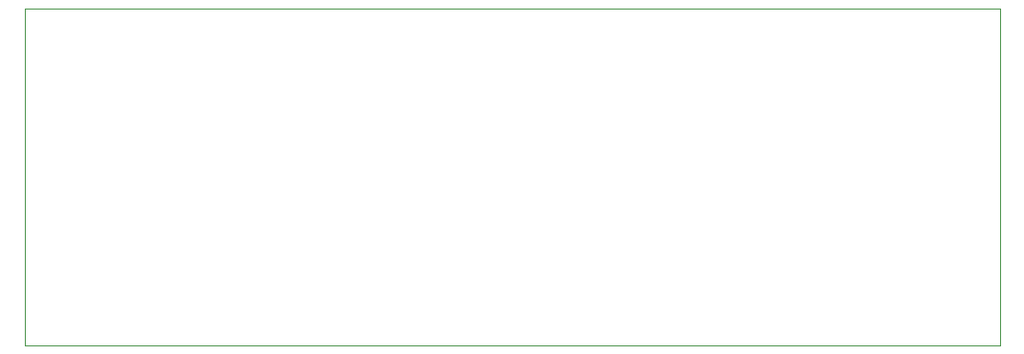
<source format=gbr>
%TF.GenerationSoftware,KiCad,Pcbnew,(5.1.6)-1*%
%TF.CreationDate,2021-02-12T11:45:35-08:00*%
%TF.ProjectId,CMP-CKP-Tach Signal Conditioner,434d502d-434b-4502-9d54-616368205369,rev?*%
%TF.SameCoordinates,Original*%
%TF.FileFunction,Profile,NP*%
%FSLAX46Y46*%
G04 Gerber Fmt 4.6, Leading zero omitted, Abs format (unit mm)*
G04 Created by KiCad (PCBNEW (5.1.6)-1) date 2021-02-12 11:45:35*
%MOMM*%
%LPD*%
G01*
G04 APERTURE LIST*
%TA.AperFunction,Profile*%
%ADD10C,0.050000*%
%TD*%
G04 APERTURE END LIST*
D10*
X233680000Y-92075000D02*
X233680000Y-91440000D01*
X147320000Y-91440000D02*
X233680000Y-91440000D01*
X147320000Y-91440000D02*
X147320000Y-92075000D01*
X233680000Y-92075000D02*
X233680000Y-121285000D01*
X212090000Y-121285000D02*
X233680000Y-121285000D01*
X212090000Y-121285000D02*
X147320000Y-121285000D01*
X147320000Y-121285000D02*
X147320000Y-92075000D01*
M02*

</source>
